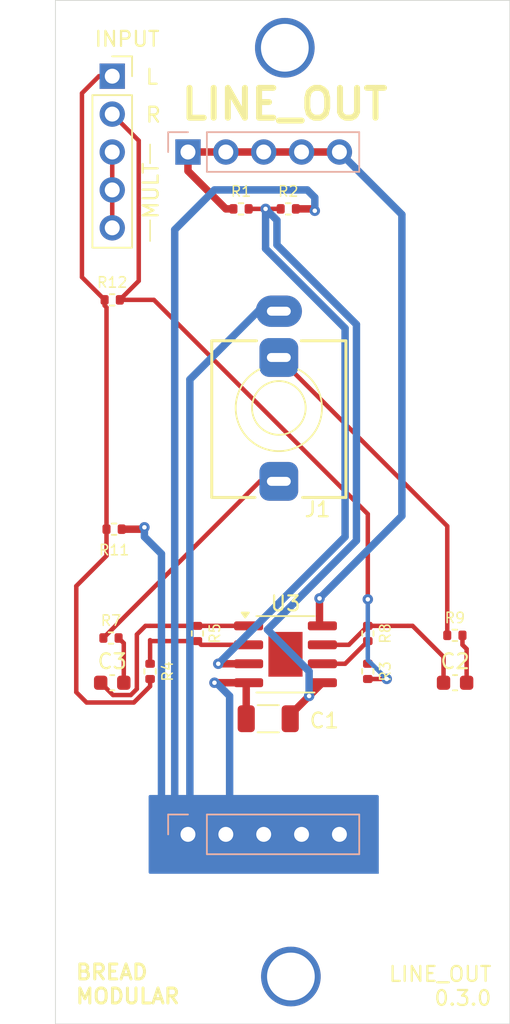
<source format=kicad_pcb>
(kicad_pcb (version 20240108) (generator "pcbnew") (generator_version "8.0")
  (layers (0 "F.Cu" signal) (31 "B.Cu" signal) (34 "B.Paste" user) (35 "F.Paste" user) (36 "B.SilkS" user "B.Silkscreen") (37 "F.SilkS" user "F.Silkscreen") (38 "B.Mask" user) (39 "F.Mask" user) (44 "Edge.Cuts" user))
  (net 0 "")
  (net 1 "GND")
  (net 2 "V_SUPPLY")
  (net 3 "+2.5V")
  (net 4 "Net-(C2-Pad1)")
  (net 5 "Net-(C2-Pad2)")
  (net 6 "Net-(C3-Pad2)")
  (net 7 "Net-(C3-Pad1)")
  (net 8 "Net-(INPUT1-Pin_3)")
  (net 9 "IN_L")
  (net 10 "IN_R")
  (net 11 "OUT_R")
  (net 12 "OUT_L")
  (net 13 "Net-(U3A--)")
  (net 14 "Net-(U3B--)")
  (footprint "Resistor_SMD:R_0402_1005Metric" (layer "F.Cu") (at 73.785 83.185)
    (property "Reference" "R9" (at 0 -1.17 0) (layer "F.SilkS") (effects (font (size 0.7 0.7) (thickness 0.1))))
    (property "Value" "1k")
    (fp_line (start -0.153641 -0.38) (end 0.153641 -0.38) (stroke (width 0.12)) (layer "F.SilkS"))
    (fp_line (start -0.153641 0.38) (end 0.153641 0.38) (stroke (width 0.12)) (layer "F.SilkS"))
    (pad "1" smd roundrect (at -0.51 0) (size 0.54 0.64) (layers "F.Cu" "F.Paste" "F.Mask") (net 11 "OUT_R"))
    (pad "2" smd roundrect (at 0.51 0) (size 0.54 0.64) (layers "F.Cu" "F.Paste" "F.Mask") (net 5 "Net-(C2-Pad2)"))
  )
  (footprint "Resistor_SMD:R_0402_1005Metric" (layer "F.Cu") (at 50.798 60.706)
    (property "Reference" "R12" (at 0 -1.17 0) (layer "F.SilkS") (effects (font (size 0.7 0.7) (thickness 0.1))))
    (property "Value" "10k")
    (fp_line (start -0.153641 -0.38) (end 0.153641 -0.38) (stroke (width 0.12)) (layer "F.SilkS"))
    (fp_line (start -0.153641 0.38) (end 0.153641 0.38) (stroke (width 0.12)) (layer "F.SilkS"))
    (pad "1" smd roundrect (at -0.51 0) (size 0.54 0.64) (layers "F.Cu" "F.Paste" "F.Mask") (net 9 "IN_L"))
    (pad "2" smd roundrect (at 0.51 0) (size 0.54 0.64) (layers "F.Cu" "F.Paste" "F.Mask") (net 10 "IN_R"))
  )
  (footprint "Resistor_SMD:R_0402_1005Metric" (layer "F.Cu") (at 50.716331 83.36334)
    (property "Reference" "R7" (at 0 -1.17 0) (layer "F.SilkS") (effects (font (size 0.7 0.7) (thickness 0.1))))
    (property "Value" "1k")
    (fp_line (start -0.153641 -0.38) (end 0.153641 -0.38) (stroke (width 0.12)) (layer "F.SilkS"))
    (fp_line (start -0.153641 0.38) (end 0.153641 0.38) (stroke (width 0.12)) (layer "F.SilkS"))
    (pad "1" smd roundrect (at -0.51 0) (size 0.54 0.64) (layers "F.Cu" "F.Paste" "F.Mask") (net 12 "OUT_L"))
    (pad "2" smd roundrect (at 0.51 0) (size 0.54 0.64) (layers "F.Cu" "F.Paste" "F.Mask") (net 6 "Net-(C3-Pad2)"))
  )
  (footprint "Resistor_SMD:R_0402_1005Metric" (layer "F.Cu") (at 67.945 85.6 -90)
    (property "Reference" "R3" (at 0 -1.17 90) (layer "F.SilkS") (effects (font (size 0.7 0.7) (thickness 0.1))))
    (property "Value" "1M")
    (fp_line (start -0.153641 0.38) (end 0.153641 0.38) (stroke (width 0.12)) (layer "F.SilkS"))
    (fp_line (start -0.153641 -0.38) (end 0.153641 -0.38) (stroke (width 0.12)) (layer "F.SilkS"))
    (pad "1" smd roundrect (at -0.51 0 270) (size 0.54 0.64) (layers "F.Cu" "F.Paste" "F.Mask") (net 14 "Net-(U3B--)"))
    (pad "2" smd roundrect (at 0.51 0 270) (size 0.54 0.64) (layers "F.Cu" "F.Paste" "F.Mask") (net 10 "IN_R"))
  )
  (footprint "Resistor_SMD:R_0402_1005Metric" (layer "F.Cu") (at 59.44 54.61)
    (property "Reference" "R1" (at 0 -1.17 0) (layer "F.SilkS") (effects (font (size 0.7 0.7) (thickness 0.1))))
    (property "Value" "1k")
    (fp_line (start -0.153641 -0.38) (end 0.153641 -0.38) (stroke (width 0.12)) (layer "F.SilkS"))
    (fp_line (start -0.153641 0.38) (end 0.153641 0.38) (stroke (width 0.12)) (layer "F.SilkS"))
    (pad "1" smd roundrect (at -0.51 0) (size 0.54 0.64) (layers "F.Cu" "F.Paste" "F.Mask") (net 2 "V_SUPPLY"))
    (pad "2" smd roundrect (at 0.51 0) (size 0.54 0.64) (layers "F.Cu" "F.Paste" "F.Mask") (net 3 "+2.5V"))
  )
  (footprint "Capacitor_SMD:C_1206_3216Metric" (layer "F.Cu") (at 61.263 88.773)
    (property "Reference" "C1" (at 3.761 0.127 0) (layer "F.SilkS"))
    (property "Value" "100uf")
    (fp_line (start -0.711252 -0.91) (end 0.711252 -0.91) (stroke (width 0.12)) (layer "F.SilkS"))
    (fp_line (start -0.711252 0.91) (end 0.711252 0.91) (stroke (width 0.12)) (layer "F.SilkS"))
    (pad "1" smd roundrect (at -1.475 0) (size 1.15 1.8) (layers "F.Cu" "F.Paste" "F.Mask") (roundrect_rratio 0.217391) (net 1 "GND"))
    (pad "2" smd roundrect (at 1.475 0) (size 1.15 1.8) (layers "F.Cu" "F.Paste" "F.Mask") (roundrect_rratio 0.217391) (net 3 "+2.5V"))
  )
  (footprint "BreadModular_AudioJacks:Jack_3.5mm_QingPu_WQP-PJ366ST_Vertical" (layer "F.Cu") (at 61.976 67.948 180)
    (property "Reference" "J1" (at -2.6 -6.8 0) (layer "F.SilkS"))
    (property "Value" "LineOut")
    (fp_line (start 4.5 4.5) (end 4.5 -6) (stroke (width 0.2)) (layer "F.SilkS"))
    (fp_line (start 1.6 -6) (end 4.5 -6) (stroke (width 0.2)) (layer "F.SilkS"))
    (fp_line (start 1.5 4.5) (end 4.5 4.5) (stroke (width 0.2)) (layer "F.SilkS"))
    (fp_line (start -4.5 4.5) (end -1.5 4.5) (stroke (width 0.2)) (layer "F.SilkS"))
    (fp_line (start -4.5 4.5) (end -4.5 -6) (stroke (width 0.2)) (layer "F.SilkS"))
    (fp_line (start -4.5 -6) (end -1.6 -6) (stroke (width 0.2)) (layer "F.SilkS"))
    (fp_arc (start 0 -2.895) (mid 2.817353 -0.665994) (end 1.296263 2.588577) (stroke (width 0.12)) (layer "F.SilkS"))
    (fp_arc (start -1.296263 2.588577) (mid -2.817353 -0.665994) (end 0 -2.895) (stroke (width 0.12)) (layer "F.SilkS"))
    (fp_circle (center 0 0) (end -1.8 0) (stroke (width 0.12)) (fill none) (layer "F.SilkS"))
    (pad "R" thru_hole roundrect (at 0 3.38 180) (size 2.6 2.6) (drill oval 1.6 0.6) (layers "*.Cu" "*.Mask") (net 11 "OUT_R"))
    (pad "S" thru_hole oval (at 0 6.48 180) (size 3.1 2.1) (drill oval 1.6 0.6) (layers "*.Cu" "*.Mask") (net 1 "GND"))
    (pad "T" thru_hole roundrect (at 0 -4.92 180) (size 2.6 2.6) (drill oval 1.6 0.6) (layers "*.Cu" "*.Mask") (net 12 "OUT_L"))
  )
  (footprint "Capacitor_SMD:C_0603_1608Metric" (layer "F.Cu") (at 73.8 86.36)
    (property "Reference" "C2" (at 0 -1.43 0) (layer "F.SilkS"))
    (property "Value" "4.7uf")
    (fp_line (start -0.14058 -0.51) (end 0.14058 -0.51) (stroke (width 0.12)) (layer "F.SilkS"))
    (fp_line (start -0.14058 0.51) (end 0.14058 0.51) (stroke (width 0.12)) (layer "F.SilkS"))
    (pad "1" smd roundrect (at -0.775 0) (size 0.9 0.95) (layers "F.Cu" "F.Paste" "F.Mask") (net 4 "Net-(C2-Pad1)"))
    (pad "2" smd roundrect (at 0.775 0) (size 0.9 0.95) (layers "F.Cu" "F.Paste" "F.Mask") (net 5 "Net-(C2-Pad2)"))
  )
  (footprint "Resistor_SMD:R_0402_1005Metric" (layer "F.Cu") (at 62.609 54.61)
    (property "Reference" "R2" (at 0 -1.17 0) (layer "F.SilkS") (effects (font (size 0.7 0.7) (thickness 0.1))))
    (property "Value" "1k")
    (fp_line (start -0.153641 -0.38) (end 0.153641 -0.38) (stroke (width 0.12)) (layer "F.SilkS"))
    (fp_line (start -0.153641 0.38) (end 0.153641 0.38) (stroke (width 0.12)) (layer "F.SilkS"))
    (pad "1" smd roundrect (at -0.51 0) (size 0.54 0.64) (layers "F.Cu" "F.Paste" "F.Mask") (net 3 "+2.5V"))
    (pad "2" smd roundrect (at 0.51 0) (size 0.54 0.64) (layers "F.Cu" "F.Paste" "F.Mask") (net 1 "GND"))
  )
  (footprint "Resistor_SMD:R_0402_1005Metric" (layer "F.Cu") (at 67.945 83.06 -90)
    (property "Reference" "R8" (at 0 -1.17 90) (layer "F.SilkS") (effects (font (size 0.7 0.7) (thickness 0.1))))
    (property "Value" "330k")
    (fp_line (start -0.153641 0.38) (end 0.153641 0.38) (stroke (width 0.12)) (layer "F.SilkS"))
    (fp_line (start -0.153641 -0.38) (end 0.153641 -0.38) (stroke (width 0.12)) (layer "F.SilkS"))
    (pad "1" smd roundrect (at -0.51 0 270) (size 0.54 0.64) (layers "F.Cu" "F.Paste" "F.Mask") (net 4 "Net-(C2-Pad1)"))
    (pad "2" smd roundrect (at 0.51 0 270) (size 0.54 0.64) (layers "F.Cu" "F.Paste" "F.Mask") (net 14 "Net-(U3B--)"))
  )
  (footprint "Resistor_SMD:R_0402_1005Metric" (layer "F.Cu") (at 50.925 76.073)
    (property "Reference" "R11" (at 0.002 1.397 0) (layer "F.SilkS") (effects (font (size 0.7 0.7) (thickness 0.1))))
    (property "Value" "10k")
    (fp_line (start -0.153641 -0.38) (end 0.153641 -0.38) (stroke (width 0.12)) (layer "F.SilkS"))
    (fp_line (start -0.153641 0.38) (end 0.153641 0.38) (stroke (width 0.12)) (layer "F.SilkS"))
    (pad "1" smd roundrect (at -0.51 0) (size 0.54 0.64) (layers "F.Cu" "F.Paste" "F.Mask") (net 9 "IN_L"))
    (pad "2" smd roundrect (at 0.51 0) (size 0.54 0.64) (layers "F.Cu" "F.Paste" "F.Mask") (net 1 "GND"))
  )
  (footprint "Package_SO:SOIC-8-1EP_3.9x4.9mm_P1.27mm_EP2.29x3mm" (layer "F.Cu") (at 62.422 84.455)
    (property "Reference" "U3" (at 0 -3.4 0) (layer "F.SilkS"))
    (property "Value" "MCP6002-xSN")
    (fp_line (start 0 -2.56) (end -1.95 -2.56) (stroke (width 0.12)) (layer "F.SilkS"))
    (fp_line (start 0 -2.56) (end 1.95 -2.56) (stroke (width 0.12)) (layer "F.SilkS"))
    (fp_line (start 0 2.56) (end -1.95 2.56) (stroke (width 0.12)) (layer "F.SilkS"))
    (fp_line (start 0 2.56) (end 1.95 2.56) (stroke (width 0.12)) (layer "F.SilkS"))
    (fp_poly (pts (xy -2.7 -2.465) (xy -2.94 -2.795) (xy -2.46 -2.795) (xy -2.7 -2.465)) (stroke (width 0.12)) (fill solid) (layer "F.SilkS"))
    (pad "1" smd roundrect (at -2.475 -1.905) (size 1.95 0.6) (layers "F.Cu" "F.Paste" "F.Mask") (net 7 "Net-(C3-Pad1)"))
    (pad "2" smd roundrect (at -2.475 -0.635) (size 1.95 0.6) (layers "F.Cu" "F.Paste" "F.Mask") (net 13 "Net-(U3A--)"))
    (pad "3" smd roundrect (at -2.475 0.635) (size 1.95 0.6) (layers "F.Cu" "F.Paste" "F.Mask") (net 3 "+2.5V"))
    (pad "4" smd roundrect (at -2.475 1.905) (size 1.95 0.6) (layers "F.Cu" "F.Paste" "F.Mask") (net 1 "GND"))
    (pad "5" smd roundrect (at 2.475 1.905) (size 1.95 0.6) (layers "F.Cu" "F.Paste" "F.Mask") (net 3 "+2.5V"))
    (pad "6" smd roundrect (at 2.475 0.635) (size 1.95 0.6) (layers "F.Cu" "F.Paste" "F.Mask") (net 14 "Net-(U3B--)"))
    (pad "7" smd roundrect (at 2.475 -0.635) (size 1.95 0.6) (layers "F.Cu" "F.Paste" "F.Mask") (net 4 "Net-(C2-Pad1)"))
    (pad "8" smd roundrect (at 2.475 -1.905) (size 1.95 0.6) (layers "F.Cu" "F.Paste" "F.Mask") (net 2 "V_SUPPLY"))
    (pad "9" smd rect (at 0 0) (size 2.29 3) (property pad_prop_heatsink) (layers "F.Cu" "F.Mask"))
  )
  (footprint "Resistor_SMD:R_0402_1005Metric" (layer "F.Cu") (at 56.515 83.06 -90)
    (property "Reference" "R5" (at 0 -1.17 90) (layer "F.SilkS") (effects (font (size 0.7 0.7) (thickness 0.1))))
    (property "Value" "330k")
    (fp_line (start -0.153641 0.38) (end 0.153641 0.38) (stroke (width 0.12)) (layer "F.SilkS"))
    (fp_line (start -0.153641 -0.38) (end 0.153641 -0.38) (stroke (width 0.12)) (layer "F.SilkS"))
    (pad "1" smd roundrect (at -0.51 0 270) (size 0.54 0.64) (layers "F.Cu" "F.Paste" "F.Mask") (net 7 "Net-(C3-Pad1)"))
    (pad "2" smd roundrect (at 0.51 0 270) (size 0.54 0.64) (layers "F.Cu" "F.Paste" "F.Mask") (net 13 "Net-(U3A--)"))
  )
  (footprint "Capacitor_SMD:C_0603_1608Metric" (layer "F.Cu") (at 50.8 86.36)
    (property "Reference" "C3" (at 0 -1.43 0) (layer "F.SilkS"))
    (property "Value" "4.7uf")
    (fp_line (start -0.14058 -0.51) (end 0.14058 -0.51) (stroke (width 0.12)) (layer "F.SilkS"))
    (fp_line (start -0.14058 0.51) (end 0.14058 0.51) (stroke (width 0.12)) (layer "F.SilkS"))
    (pad "1" smd roundrect (at -0.775 0) (size 0.9 0.95) (layers "F.Cu" "F.Paste" "F.Mask") (net 7 "Net-(C3-Pad1)"))
    (pad "2" smd roundrect (at 0.775 0) (size 0.9 0.95) (layers "F.Cu" "F.Paste" "F.Mask") (net 6 "Net-(C3-Pad2)"))
  )
  (footprint "Resistor_SMD:R_0402_1005Metric" (layer "F.Cu") (at 53.34 85.6 -90)
    (property "Reference" "R4" (at 0 -1.17 90) (layer "F.SilkS") (effects (font (size 0.7 0.7) (thickness 0.1))))
    (property "Value" "1M")
    (fp_line (start -0.153641 0.38) (end 0.153641 0.38) (stroke (width 0.12)) (layer "F.SilkS"))
    (fp_line (start -0.153641 -0.38) (end 0.153641 -0.38) (stroke (width 0.12)) (layer "F.SilkS"))
    (pad "1" smd roundrect (at -0.51 0 270) (size 0.54 0.64) (layers "F.Cu" "F.Paste" "F.Mask") (net 13 "Net-(U3A--)"))
    (pad "2" smd roundrect (at 0.51 0 270) (size 0.54 0.64) (layers "F.Cu" "F.Paste" "F.Mask") (net 9 "IN_L"))
  )
  (footprint "Connector_PinSocket_2.54mm:PinSocket_1x05_P2.54mm_Vertical" (layer "F.Cu") (at 50.8 45.72)
    (property "Reference" "INPUT1")
    (property "Value" "Conn_01x05_Socket")
    (fp_line (start -1.33 1.27) (end -1.33 11.49) (stroke (width 0.12)) (layer "F.SilkS"))
    (fp_line (start -1.33 1.27) (end 1.33 1.27) (stroke (width 0.12)) (layer "F.SilkS"))
    (fp_line (start -1.33 11.49) (end 1.33 11.49) (stroke (width 0.12)) (layer "F.SilkS"))
    (fp_line (start 0 -1.33) (end 1.33 -1.33) (stroke (width 0.12)) (layer "F.SilkS"))
    (fp_line (start 1.33 -1.33) (end 1.33 0) (stroke (width 0.12)) (layer "F.SilkS"))
    (fp_line (start 1.33 1.27) (end 1.33 11.49) (stroke (width 0.12)) (layer "F.SilkS"))
    (pad "1" thru_hole rect (at 0 0) (size 1.7 1.7) (drill 1) (layers "*.Cu" "*.Mask") (net 9 "IN_L"))
    (pad "2" thru_hole oval (at 0 2.54) (size 1.7 1.7) (drill 1) (layers "*.Cu" "*.Mask") (net 10 "IN_R"))
    (pad "3" thru_hole oval (at 0 5.08) (size 1.7 1.7) (drill 1) (layers "*.Cu" "*.Mask") (net 8 "Net-(INPUT1-Pin_3)"))
    (pad "4" thru_hole oval (at 0 7.62) (size 1.7 1.7) (drill 1) (layers "*.Cu" "*.Mask") (net 8 "Net-(INPUT1-Pin_3)"))
    (pad "5" thru_hole oval (at 0 10.16) (size 1.7 1.7) (drill 1) (layers "*.Cu" "*.Mask") (net 8 "Net-(INPUT1-Pin_3)"))
  )
  (footprint "Connector_PinHeader_2.54mm:PinHeader_1x05_P2.54mm_Vertical" (layer "B.Cu") (at 55.88 96.52 -90)
    (property "Reference" "GND1" (hide yes))
    (property "Value" "Conn_01x05_Pin")
    (fp_line (start -1.33 1.33) (end -1.33 0) (stroke (width 0.12)) (layer "B.SilkS"))
    (fp_line (start 0 1.33) (end -1.33 1.33) (stroke (width 0.12)) (layer "B.SilkS"))
    (fp_line (start 1.33 -1.27) (end -1.33 -1.27) (stroke (width 0.12)) (layer "B.SilkS"))
    (fp_line (start -1.33 -11.49) (end -1.33 -1.27) (stroke (width 0.12)) (layer "B.SilkS"))
    (fp_line (start 1.33 -11.49) (end 1.33 -1.27) (stroke (width 0.12)) (layer "B.SilkS"))
    (fp_line (start 1.33 -11.49) (end -1.33 -11.49) (stroke (width 0.12)) (layer "B.SilkS"))
    (pad "1" thru_hole rect (at 0 0 270) (size 1.7 1.7) (drill 1) (layers "*.Cu" "*.Mask") (net 1 "GND"))
    (pad "2" thru_hole oval (at 0 -2.54 270) (size 1.7 1.7) (drill 1) (layers "*.Cu" "*.Mask") (net 1 "GND"))
    (pad "3" thru_hole oval (at 0 -5.08 270) (size 1.7 1.7) (drill 1) (layers "*.Cu" "*.Mask") (net 1 "GND"))
    (pad "4" thru_hole oval (at 0 -7.62 270) (size 1.7 1.7) (drill 1) (layers "*.Cu" "*.Mask") (net 1 "GND"))
    (pad "5" thru_hole oval (at 0 -10.16 270) (size 1.7 1.7) (drill 1) (layers "*.Cu" "*.Mask") (net 1 "GND"))
  )
  (footprint "Connector_PinHeader_2.54mm:PinHeader_1x05_P2.54mm_Vertical" (layer "B.Cu") (at 55.88 50.8 -90)
    (property "Reference" "5V1" (hide yes))
    (property "Value" "Conn_01x05_Pin")
    (fp_line (start -1.33 1.33) (end -1.33 0) (stroke (width 0.12)) (layer "B.SilkS"))
    (fp_line (start 0 1.33) (end -1.33 1.33) (stroke (width 0.12)) (layer "B.SilkS"))
    (fp_line (start 1.33 -1.27) (end -1.33 -1.27) (stroke (width 0.12)) (layer "B.SilkS"))
    (fp_line (start -1.33 -11.49) (end -1.33 -1.27) (stroke (width 0.12)) (layer "B.SilkS"))
    (fp_line (start 1.33 -11.49) (end 1.33 -1.27) (stroke (width 0.12)) (layer "B.SilkS"))
    (fp_line (start 1.33 -11.49) (end -1.33 -11.49) (stroke (width 0.12)) (layer "B.SilkS"))
    (pad "1" thru_hole rect (at 0 0 270) (size 1.7 1.7) (drill 1) (layers "*.Cu" "*.Mask") (net 2 "V_SUPPLY"))
    (pad "2" thru_hole oval (at 0 -2.54 270) (size 1.7 1.7) (drill 1) (layers "*.Cu" "*.Mask") (net 2 "V_SUPPLY"))
    (pad "3" thru_hole oval (at 0 -5.08 270) (size 1.7 1.7) (drill 1) (layers "*.Cu" "*.Mask") (net 2 "V_SUPPLY"))
    (pad "4" thru_hole oval (at 0 -7.62 270) (size 1.7 1.7) (drill 1) (layers "*.Cu" "*.Mask") (net 2 "V_SUPPLY"))
    (pad "5" thru_hole oval (at 0 -10.16 270) (size 1.7 1.7) (drill 1) (layers "*.Cu" "*.Mask") (net 2 "V_SUPPLY"))
  )
  (gr_poly (pts (xy 53.34 93.98) (xy 68.58 93.98) (xy 68.58 99.06) (xy 53.34 99.06)) (stroke (width 0.2)) (fill solid) (layer "B.Cu") (net 1))
  (gr_line (start 53.34 51.562) (end 53.34 50.292) (stroke (width 0.1)) (layer "F.SilkS"))
  (gr_line (start 53.34 55.372) (end 53.34 56.769) (stroke (width 0.1)) (layer "F.SilkS"))
  (gr_line (start 46.99 109.22) (end 77.47 109.22) (stroke (width 0.05)) (layer "Edge.Cuts"))
  (gr_line (start 77.47 40.64) (end 46.99 40.64) (stroke (width 0.05)) (layer "Edge.Cuts"))
  (gr_line (start 46.99 40.64) (end 46.99 109.22) (stroke (width 0.05)) (layer "Edge.Cuts"))
  (gr_line (start 77.47 109.22) (end 77.47 40.64) (stroke (width 0.05)) (layer "Edge.Cuts"))
  (gr_text "L" (at 52.959 46.355 0) (layer "F.SilkS") (effects (font (size 1 1)) (justify left bottom)))
  (gr_text "INPUT" (at 49.53 43.815 0) (layer "F.SilkS") (effects (font (size 1 1)) (justify left bottom)))
  (gr_text "MULT" (at 53.975 55.372 90) (layer "F.SilkS") (effects (font (size 1 1)) (justify left bottom)))
  (gr_text "LINE_OUT" (at 55.245 48.768 0) (layer "F.SilkS") (effects (font (size 2 2) (thickness 0.4) (bold yes)) (justify left bottom)))
  (gr_text "LINE_OUT\n0.3.0" (at 76.327 108.077 0) (layer "F.SilkS") (effects (font (size 1 1)) (justify right bottom)))
  (gr_text "R" (at 52.959 48.895 0) (layer "F.SilkS") (effects (font (size 1 1)) (justify left bottom)))
  (gr_text "BREAD\nMODULAR" (at 48.26 107.95 0) (layer "F.SilkS") (effects (font (size 1 1) (thickness 0.2) (bold yes)) (justify left bottom)))
  (via (at 62.784908 106.045) (size 4) (drill 3.2) (layers "F.Cu" "B.Cu") (net 0))
  (via (at 62.37758 43.815) (size 4) (drill 3.2) (layers "F.Cu" "B.Cu") (net 0))
  (segment (start 55.88 96.52) (end 66.04 96.52) (width 0.5) (layer "F.Cu") (net 1))
  (segment (start 59.788 86.519) (end 59.947 86.36) (width 0.5) (layer "F.Cu") (net 1))
  (segment (start 63.119 54.61) (end 64.389 54.61) (width 0.5) (layer "F.Cu") (net 1))
  (segment (start 59.788 88.773) (end 59.788 86.519) (width 0.5) (layer "F.Cu") (net 1))
  (segment (start 52.832 76.073) (end 52.959 75.946) (width 0.5) (layer "F.Cu") (net 1))
  (segment (start 51.435 76.073) (end 52.832 76.073) (width 0.5) (layer "F.Cu") (net 1))
  (segment (start 59.755 86.36) (end 57.785 86.36) (width 0.5) (layer "F.Cu") (net 1))
  (segment (start 57.785 86.36) (end 57.658 86.36) (width 0.5) (layer "F.Cu") (net 1))
  (via (at 57.658 86.36) (size 0.7) (drill 0.3) (layers "F.Cu" "B.Cu") (net 1))
  (via (at 64.389 54.737) (size 0.7) (drill 0.3) (layers "F.Cu" "B.Cu") (net 1))
  (via (at 52.959 75.946) (size 0.7) (drill 0.3) (layers "F.Cu" "B.Cu") (net 1))
  (segment (start 61.976 61.465) (end 60.582 61.465) (width 0.5) (layer "B.Cu") (net 1))
  (segment (start 52.959 75.946) (end 52.959 76.581) (width 0.5) (layer "B.Cu") (net 1))
  (segment (start 57.785 86.36) (end 58.674 87.249) (width 0.5) (layer "B.Cu") (net 1))
  (segment (start 55.499 97.409) (end 55.88 97.028) (width 0.5) (layer "B.Cu") (net 1))
  (segment (start 54.991 97.409) (end 55.499 97.409) (width 0.5) (layer "B.Cu") (net 1))
  (segment (start 64.389 54.737) (end 64.389 53.848) (width 0.5) (layer "B.Cu") (net 1))
  (segment (start 56.769 97.155) (end 60.96 97.155) (width 0.5) (layer "B.Cu") (net 1))
  (segment (start 56.007 66.04) (end 56.007 96.393) (width 0.5) (layer "B.Cu") (net 1))
  (segment (start 54.102 77.724) (end 54.102 94.488) (width 0.5) (layer "B.Cu") (net 1))
  (segment (start 58.674 87.249) (end 58.674 96.52) (width 0.5) (layer "B.Cu") (net 1))
  (segment (start 63.881 53.34) (end 57.658 53.34) (width 0.5) (layer "B.Cu") (net 1))
  (segment (start 55.88 97.028) (end 55.88 96.52) (width 0.5) (layer "B.Cu") (net 1))
  (segment (start 56.007 96.393) (end 55.88 96.52) (width 0.5) (layer "B.Cu") (net 1))
  (segment (start 64.389 53.848) (end 63.881 53.34) (width 0.5) (layer "B.Cu") (net 1))
  (segment (start 60.582 61.465) (end 56.007 66.04) (width 0.5) (layer "B.Cu") (net 1))
  (segment (start 52.959 76.581) (end 54.102 77.724) (width 0.5) (layer "B.Cu") (net 1))
  (segment (start 54.102 94.488) (end 56.769 97.155) (width 0.5) (layer "B.Cu") (net 1))
  (segment (start 57.658 53.34) (end 54.991 56.007) (width 0.5) (layer "B.Cu") (net 1))
  (segment (start 54.991 56.007) (end 54.991 97.409) (width 0.5) (layer "B.Cu") (net 1))
  (segment (start 58.93 54.61) (end 58.42 54.61) (width 0.5) (layer "F.Cu") (net 2))
  (segment (start 58.42 54.61) (end 55.88 52.07) (width 0.5) (layer "F.Cu") (net 2))
  (segment (start 55.88 52.07) (end 55.88 50.8) (width 0.5) (layer "F.Cu") (net 2))
  (segment (start 64.705 80.71) (end 64.705 82.55) (width 0.5) (layer "F.Cu") (net 2))
  (segment (start 55.88 50.8) (end 66.04 50.8) (width 0.5) (layer "F.Cu") (net 2))
  (via (at 64.7065 80.7085) (size 0.7) (drill 0.3) (layers "F.Cu" "B.Cu") (net 2))
  (segment (start 70.231 54.991) (end 66.04 50.8) (width 0.5) (layer "B.Cu") (net 2))
  (segment (start 64.7065 80.7085) (end 70.231 75.184) (width 0.5) (layer "B.Cu") (net 2))
  (segment (start 70.231 75.184) (end 70.231 54.991) (width 0.5) (layer "B.Cu") (net 2))
  (segment (start 64.705 80.71) (end 64.7065 80.7085) (width 0.5) (layer "B.Cu") (net 2))
  (segment (start 62.099 54.61) (end 61.087 54.61) (width 0.3) (layer "F.Cu") (net 3))
  (segment (start 64.008 87.249) (end 64.897 86.36) (width 0.5) (layer "F.Cu") (net 3))
  (segment (start 62.738 88.773) (end 62.738 88.519) (width 0.5) (layer "F.Cu") (net 3))
  (segment (start 62.738 88.519) (end 64.008 87.249) (width 0.5) (layer "F.Cu") (net 3))
  (segment (start 59.947 85.09) (end 57.912 85.09) (width 0.5) (layer "F.Cu") (net 3))
  (segment (start 61.087 54.61) (end 59.95 54.61) (width 0.3) (layer "F.Cu") (net 3))
  (via (at 64.008 87.249) (size 0.7) (drill 0.3) (layers "F.Cu" "B.Cu") (net 3))
  (via (at 61.087 54.61) (size 0.7) (drill 0.3) (layers "F.Cu" "B.Cu") (net 3))
  (via (at 57.912 85.09) (size 0.7) (drill 0.3) (layers "F.Cu" "B.Cu") (net 3))
  (segment (start 57.912 85.09) (end 66.421 76.581) (width 0.5) (layer "B.Cu") (net 3))
  (segment (start 61.214 82.804) (end 67.183 76.835) (width 0.5) (layer "B.Cu") (net 3))
  (segment (start 61.849 55.372) (end 61.087 54.61) (width 0.5) (layer "B.Cu") (net 3))
  (segment (start 64.008 87.249) (end 64.008 85.598) (width 0.5) (layer "B.Cu") (net 3))
  (segment (start 66.421 62.611) (end 61.087 57.277) (width 0.5) (layer "B.Cu") (net 3))
  (segment (start 61.849 57.023) (end 61.849 55.372) (width 0.5) (layer "B.Cu") (net 3))
  (segment (start 66.421 76.581) (end 66.421 62.611) (width 0.5) (layer "B.Cu") (net 3))
  (segment (start 67.183 76.835) (end 67.183 62.357) (width 0.5) (layer "B.Cu") (net 3))
  (segment (start 61.087 57.277) (end 61.087 54.61) (width 0.5) (layer "B.Cu") (net 3))
  (segment (start 64.008 85.598) (end 61.214 82.804) (width 0.5) (layer "B.Cu") (net 3))
  (segment (start 67.183 62.357) (end 61.849 57.023) (width 0.5) (layer "B.Cu") (net 3))
  (segment (start 70.949999 82.55) (end 70.64 82.55) (width 0.3) (layer "F.Cu") (net 4))
  (segment (start 73.025 86.36) (end 73.025 84.625001) (width 0.3) (layer "F.Cu") (net 4))
  (segment (start 73.025 84.625001) (end 70.949999 82.55) (width 0.3) (layer "F.Cu") (net 4))
  (segment (start 66.675 83.82) (end 64.705 83.82) (width 0.3) (layer "F.Cu") (net 4))
  (segment (start 67.945 82.55) (end 66.675 83.82) (width 0.3) (layer "F.Cu") (net 4))
  (segment (start 70.64 82.55) (end 67.945 82.55) (width 0.3) (layer "F.Cu") (net 4))
  (segment (start 74.295 83.82) (end 74.575 84.1) (width 0.3) (layer "F.Cu") (net 5))
  (segment (start 74.295 83.185) (end 74.295 83.82) (width 0.3) (layer "F.Cu") (net 5))
  (segment (start 74.575 84.1) (end 74.575 86.36) (width 0.3) (layer "F.Cu") (net 5))
  (segment (start 51.575 83.712009) (end 51.226331 83.36334) (width 0.3) (layer "F.Cu") (net 6))
  (segment (start 51.575 86.36) (end 51.575 83.712009) (width 0.3) (layer "F.Cu") (net 6))
  (segment (start 53.030001 82.55) (end 53.34 82.55) (width 0.3) (layer "F.Cu") (net 7))
  (segment (start 56.515 82.55) (end 53.34 82.55) (width 0.3) (layer "F.Cu") (net 7))
  (segment (start 52.044408 87.185) (end 52.451 86.778408) (width 0.3) (layer "F.Cu") (net 7))
  (segment (start 52.451 86.778408) (end 52.451 83.129001) (width 0.3) (layer "F.Cu") (net 7))
  (segment (start 50.85 87.185) (end 52.044408 87.185) (width 0.3) (layer "F.Cu") (net 7))
  (segment (start 56.515 82.55) (end 59.755 82.55) (width 0.3) (layer "F.Cu") (net 7))
  (segment (start 52.451 83.129001) (end 53.030001 82.55) (width 0.3) (layer "F.Cu") (net 7))
  (segment (start 50.025 86.36) (end 50.85 87.185) (width 0.3) (layer "F.Cu") (net 7))
  (segment (start 50.8 50.8) (end 50.8 55.88) (width 0.3) (layer "F.Cu") (net 8))
  (segment (start 48.387 79.883) (end 50.415 77.855) (width 0.3) (layer "F.Cu") (net 9))
  (segment (start 53.34 86.596515) (end 52.251515 87.685) (width 0.3) (layer "F.Cu") (net 9))
  (segment (start 48.387 86.995) (end 48.387 79.883) (width 0.3) (layer "F.Cu") (net 9))
  (segment (start 49.911 45.72) (end 48.768 46.863) (width 0.3) (layer "F.Cu") (net 9))
  (segment (start 50.288 61.083) (end 50.415 61.21) (width 0.3) (layer "F.Cu") (net 9))
  (segment (start 50.288 60.706) (end 50.288 61.083) (width 0.3) (layer "F.Cu") (net 9))
  (segment (start 50.8 45.72) (end 49.911 45.72) (width 0.3) (layer "F.Cu") (net 9))
  (segment (start 53.34 86.11) (end 53.34 86.596515) (width 0.3) (layer "F.Cu") (net 9))
  (segment (start 49.077 87.685) (end 48.387 86.995) (width 0.3) (layer "F.Cu") (net 9))
  (segment (start 48.768 46.863) (end 48.768 59.186) (width 0.3) (layer "F.Cu") (net 9))
  (segment (start 50.415 61.21) (end 50.415 76.073) (width 0.3) (layer "F.Cu") (net 9))
  (segment (start 52.251515 87.685) (end 49.077 87.685) (width 0.3) (layer "F.Cu") (net 9))
  (segment (start 48.768 59.186) (end 50.288 60.706) (width 0.3) (layer "F.Cu") (net 9))
  (segment (start 50.415 77.855) (end 50.415 76.073) (width 0.3) (layer "F.Cu") (net 9))
  (segment (start 52.578 59.436) (end 51.308 60.706) (width 0.3) (layer "F.Cu") (net 10))
  (segment (start 51.308 60.706) (end 53.594 60.706) (width 0.3) (layer "F.Cu") (net 10))
  (segment (start 50.8 48.26) (end 52.578 50.038) (width 0.3) (layer "F.Cu") (net 10))
  (segment (start 67.945 75.057) (end 67.945 80.772) (width 0.3) (layer "F.Cu") (net 10))
  (segment (start 52.578 50.038) (end 52.578 59.436) (width 0.3) (layer "F.Cu") (net 10))
  (segment (start 69.215 86.106) (end 69.211 86.11) (width 0.3) (layer "F.Cu") (net 10))
  (segment (start 53.594 60.706) (end 62.103 69.215) (width 0.3) (layer "F.Cu") (net 10))
  (segment (start 62.103 69.215) (end 67.945 75.057) (width 0.3) (layer "F.Cu") (net 10))
  (segment (start 69.211 86.11) (end 67.945 86.11) (width 0.3) (layer "F.Cu") (net 10))
  (via (at 69.215 86.106) (size 0.7) (drill 0.3) (layers "F.Cu" "B.Cu") (net 10))
  (via (at 67.945 80.772) (size 0.7) (drill 0.3) (layers "F.Cu" "B.Cu") (net 10))
  (segment (start 69.215 86.106) (end 67.945 84.836) (width 0.3) (layer "B.Cu") (net 10))
  (segment (start 67.945 84.836) (end 67.945 80.772) (width 0.3) (layer "B.Cu") (net 10))
  (segment (start 73.275 83.185) (end 73.275 75.867) (width 0.3) (layer "F.Cu") (net 11))
  (segment (start 73.275 75.867) (end 61.976 64.568) (width 0.3) (layer "F.Cu") (net 11))
  (segment (start 50.206331 83.36334) (end 60.704671 72.865) (width 0.3) (layer "F.Cu") (net 12))
  (segment (start 60.704671 72.865) (end 61.976 72.865) (width 0.3) (layer "F.Cu") (net 12))
  (segment (start 53.4 83.57) (end 53.34 83.51) (width 0.3) (layer "F.Cu") (net 13))
  (segment (start 53.34 83.51) (end 53.34 85.09) (width 0.3) (layer "F.Cu") (net 13))
  (segment (start 59.755 83.82) (end 56.765 83.82) (width 0.3) (layer "F.Cu") (net 13))
  (segment (start 56.515 83.57) (end 53.4 83.57) (width 0.3) (layer "F.Cu") (net 13))
  (segment (start 56.765 83.82) (end 56.515 83.57) (width 0.3) (layer "F.Cu") (net 13))
  (segment (start 67.945 85.09) (end 67.945 83.57) (width 0.3) (layer "F.Cu") (net 14))
  (segment (start 67.945 83.57) (end 66.425 85.09) (width 0.3) (layer "F.Cu") (net 14))
  (segment (start 68.005 83.51) (end 67.945 83.57) (width 0.3) (layer "F.Cu") (net 14))
  (segment (start 66.425 85.09) (end 64.705 85.09) (width 0.3) (layer "F.Cu") (net 14))
)
</source>
